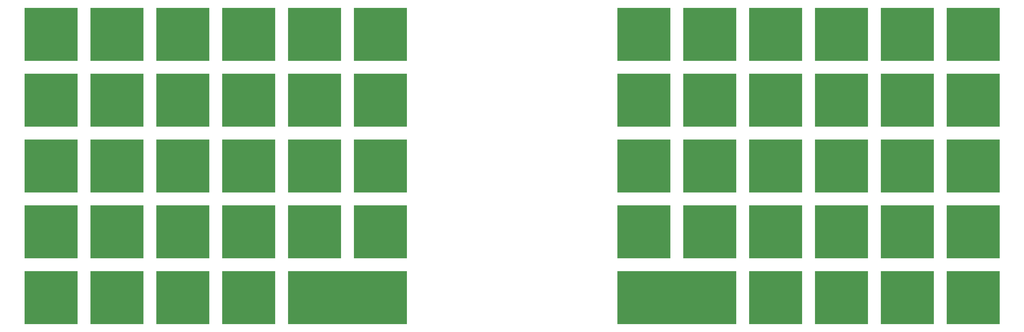
<source format=gts>
%TF.GenerationSoftware,KiCad,Pcbnew,6.0.10-86aedd382b~118~ubuntu22.10.1*%
%TF.CreationDate,2023-02-23T17:24:00+01:00*%
%TF.ProjectId,lumberjack-full,6c756d62-6572-46a6-9163-6b2d66756c6c,rev?*%
%TF.SameCoordinates,Original*%
%TF.FileFunction,Soldermask,Top*%
%TF.FilePolarity,Negative*%
%FSLAX46Y46*%
G04 Gerber Fmt 4.6, Leading zero omitted, Abs format (unit mm)*
G04 Created by KiCad (PCBNEW 6.0.10-86aedd382b~118~ubuntu22.10.1) date 2023-02-23 17:24:00*
%MOMM*%
%LPD*%
G01*
G04 APERTURE LIST*
%ADD10C,0.100000*%
G04 APERTURE END LIST*
D10*
X162640090Y-79772178D02*
X177880090Y-79772178D01*
X177880090Y-79772178D02*
X177880090Y-95012178D01*
X177880090Y-95012178D02*
X162640090Y-95012178D01*
X162640090Y-95012178D02*
X162640090Y-79772178D01*
G36*
X162640090Y-79772178D02*
G01*
X177880090Y-79772178D01*
X177880090Y-95012178D01*
X162640090Y-95012178D01*
X162640090Y-79772178D01*
G37*
X67389722Y-79772210D02*
X82629722Y-79772210D01*
X82629722Y-79772210D02*
X82629722Y-95012210D01*
X82629722Y-95012210D02*
X67389722Y-95012210D01*
X67389722Y-95012210D02*
X67389722Y-79772210D01*
G36*
X67389722Y-79772210D02*
G01*
X82629722Y-79772210D01*
X82629722Y-95012210D01*
X67389722Y-95012210D01*
X67389722Y-79772210D01*
G37*
X200740314Y-98822258D02*
X215980314Y-98822258D01*
X215980314Y-98822258D02*
X215980314Y-114062258D01*
X215980314Y-114062258D02*
X200740314Y-114062258D01*
X200740314Y-114062258D02*
X200740314Y-98822258D01*
G36*
X200740314Y-98822258D02*
G01*
X215980314Y-98822258D01*
X215980314Y-114062258D01*
X200740314Y-114062258D01*
X200740314Y-98822258D01*
G37*
X181690202Y-79772146D02*
X196930202Y-79772146D01*
X196930202Y-79772146D02*
X196930202Y-95012146D01*
X196930202Y-95012146D02*
X181690202Y-95012146D01*
X181690202Y-95012146D02*
X181690202Y-79772146D01*
G36*
X181690202Y-79772146D02*
G01*
X196930202Y-79772146D01*
X196930202Y-95012146D01*
X181690202Y-95012146D01*
X181690202Y-79772146D01*
G37*
X10239450Y-117872338D02*
X25479450Y-117872338D01*
X25479450Y-117872338D02*
X25479450Y-133112338D01*
X25479450Y-133112338D02*
X10239450Y-133112338D01*
X10239450Y-133112338D02*
X10239450Y-117872338D01*
G36*
X10239450Y-117872338D02*
G01*
X25479450Y-117872338D01*
X25479450Y-133112338D01*
X10239450Y-133112338D01*
X10239450Y-117872338D01*
G37*
X-8810662Y-98822290D02*
X6429338Y-98822290D01*
X6429338Y-98822290D02*
X6429338Y-114062290D01*
X6429338Y-114062290D02*
X-8810662Y-114062290D01*
X-8810662Y-114062290D02*
X-8810662Y-98822290D01*
G36*
X-8810662Y-98822290D02*
G01*
X6429338Y-98822290D01*
X6429338Y-114062290D01*
X-8810662Y-114062290D01*
X-8810662Y-98822290D01*
G37*
X-8810662Y-117872370D02*
X6429338Y-117872370D01*
X6429338Y-117872370D02*
X6429338Y-133112370D01*
X6429338Y-133112370D02*
X-8810662Y-133112370D01*
X-8810662Y-133112370D02*
X-8810662Y-117872370D01*
G36*
X-8810662Y-117872370D02*
G01*
X6429338Y-117872370D01*
X6429338Y-133112370D01*
X-8810662Y-133112370D01*
X-8810662Y-117872370D01*
G37*
X162640090Y-117872338D02*
X196930170Y-117872338D01*
X196930170Y-117872338D02*
X196930170Y-133112338D01*
X196930170Y-133112338D02*
X162640090Y-133112338D01*
X162640090Y-133112338D02*
X162640090Y-117872338D01*
G36*
X162640090Y-117872338D02*
G01*
X196930170Y-117872338D01*
X196930170Y-133112338D01*
X162640090Y-133112338D01*
X162640090Y-117872338D01*
G37*
X238840474Y-41672050D02*
X254080474Y-41672050D01*
X254080474Y-41672050D02*
X254080474Y-56912050D01*
X254080474Y-56912050D02*
X238840474Y-56912050D01*
X238840474Y-56912050D02*
X238840474Y-41672050D01*
G36*
X238840474Y-41672050D02*
G01*
X254080474Y-41672050D01*
X254080474Y-56912050D01*
X238840474Y-56912050D01*
X238840474Y-41672050D01*
G37*
X181690202Y-41672018D02*
X196930202Y-41672018D01*
X196930202Y-41672018D02*
X196930202Y-56912018D01*
X196930202Y-56912018D02*
X181690202Y-56912018D01*
X181690202Y-56912018D02*
X181690202Y-41672018D01*
G36*
X181690202Y-41672018D02*
G01*
X196930202Y-41672018D01*
X196930202Y-56912018D01*
X181690202Y-56912018D01*
X181690202Y-41672018D01*
G37*
X257890586Y-98822226D02*
X273130586Y-98822226D01*
X273130586Y-98822226D02*
X273130586Y-114062226D01*
X273130586Y-114062226D02*
X257890586Y-114062226D01*
X257890586Y-114062226D02*
X257890586Y-98822226D01*
G36*
X257890586Y-98822226D02*
G01*
X273130586Y-98822226D01*
X273130586Y-114062226D01*
X257890586Y-114062226D01*
X257890586Y-98822226D01*
G37*
X67389722Y-98822290D02*
X82629722Y-98822290D01*
X82629722Y-98822290D02*
X82629722Y-114062290D01*
X82629722Y-114062290D02*
X67389722Y-114062290D01*
X67389722Y-114062290D02*
X67389722Y-98822290D01*
G36*
X67389722Y-98822290D02*
G01*
X82629722Y-98822290D01*
X82629722Y-114062290D01*
X67389722Y-114062290D01*
X67389722Y-98822290D01*
G37*
X162640090Y-98822258D02*
X177880090Y-98822258D01*
X177880090Y-98822258D02*
X177880090Y-114062258D01*
X177880090Y-114062258D02*
X162640090Y-114062258D01*
X162640090Y-114062258D02*
X162640090Y-98822258D01*
G36*
X162640090Y-98822258D02*
G01*
X177880090Y-98822258D01*
X177880090Y-114062258D01*
X162640090Y-114062258D01*
X162640090Y-98822258D01*
G37*
X-8810662Y-60722130D02*
X6429338Y-60722130D01*
X6429338Y-60722130D02*
X6429338Y-75962130D01*
X6429338Y-75962130D02*
X-8810662Y-75962130D01*
X-8810662Y-75962130D02*
X-8810662Y-60722130D01*
G36*
X-8810662Y-60722130D02*
G01*
X6429338Y-60722130D01*
X6429338Y-75962130D01*
X-8810662Y-75962130D01*
X-8810662Y-60722130D01*
G37*
X238840474Y-98822258D02*
X254080474Y-98822258D01*
X254080474Y-98822258D02*
X254080474Y-114062258D01*
X254080474Y-114062258D02*
X238840474Y-114062258D01*
X238840474Y-114062258D02*
X238840474Y-98822258D01*
G36*
X238840474Y-98822258D02*
G01*
X254080474Y-98822258D01*
X254080474Y-114062258D01*
X238840474Y-114062258D01*
X238840474Y-98822258D01*
G37*
X200740314Y-60722098D02*
X215980314Y-60722098D01*
X215980314Y-60722098D02*
X215980314Y-75962098D01*
X215980314Y-75962098D02*
X200740314Y-75962098D01*
X200740314Y-75962098D02*
X200740314Y-60722098D01*
G36*
X200740314Y-60722098D02*
G01*
X215980314Y-60722098D01*
X215980314Y-75962098D01*
X200740314Y-75962098D01*
X200740314Y-60722098D01*
G37*
X162640090Y-41672050D02*
X177880090Y-41672050D01*
X177880090Y-41672050D02*
X177880090Y-56912050D01*
X177880090Y-56912050D02*
X162640090Y-56912050D01*
X162640090Y-56912050D02*
X162640090Y-41672050D01*
G36*
X162640090Y-41672050D02*
G01*
X177880090Y-41672050D01*
X177880090Y-56912050D01*
X162640090Y-56912050D01*
X162640090Y-41672050D01*
G37*
X48339674Y-98822258D02*
X63579674Y-98822258D01*
X63579674Y-98822258D02*
X63579674Y-114062258D01*
X63579674Y-114062258D02*
X48339674Y-114062258D01*
X48339674Y-114062258D02*
X48339674Y-98822258D01*
G36*
X48339674Y-98822258D02*
G01*
X63579674Y-98822258D01*
X63579674Y-114062258D01*
X48339674Y-114062258D01*
X48339674Y-98822258D01*
G37*
X48339674Y-117872338D02*
X63579674Y-117872338D01*
X63579674Y-117872338D02*
X63579674Y-133112338D01*
X63579674Y-133112338D02*
X48339674Y-133112338D01*
X48339674Y-133112338D02*
X48339674Y-117872338D01*
G36*
X48339674Y-117872338D02*
G01*
X63579674Y-117872338D01*
X63579674Y-133112338D01*
X48339674Y-133112338D01*
X48339674Y-117872338D01*
G37*
X257890586Y-60722066D02*
X273130586Y-60722066D01*
X273130586Y-60722066D02*
X273130586Y-75962066D01*
X273130586Y-75962066D02*
X257890586Y-75962066D01*
X257890586Y-75962066D02*
X257890586Y-60722066D01*
G36*
X257890586Y-60722066D02*
G01*
X273130586Y-60722066D01*
X273130586Y-75962066D01*
X257890586Y-75962066D01*
X257890586Y-60722066D01*
G37*
X181690202Y-60722066D02*
X196930202Y-60722066D01*
X196930202Y-60722066D02*
X196930202Y-75962066D01*
X196930202Y-75962066D02*
X181690202Y-75962066D01*
X181690202Y-75962066D02*
X181690202Y-60722066D01*
G36*
X181690202Y-60722066D02*
G01*
X196930202Y-60722066D01*
X196930202Y-75962066D01*
X181690202Y-75962066D01*
X181690202Y-60722066D01*
G37*
X29289562Y-41672082D02*
X44529562Y-41672082D01*
X44529562Y-41672082D02*
X44529562Y-56912082D01*
X44529562Y-56912082D02*
X29289562Y-56912082D01*
X29289562Y-56912082D02*
X29289562Y-41672082D01*
G36*
X29289562Y-41672082D02*
G01*
X44529562Y-41672082D01*
X44529562Y-56912082D01*
X29289562Y-56912082D01*
X29289562Y-41672082D01*
G37*
X48339674Y-41672050D02*
X63579674Y-41672050D01*
X63579674Y-41672050D02*
X63579674Y-56912050D01*
X63579674Y-56912050D02*
X48339674Y-56912050D01*
X48339674Y-56912050D02*
X48339674Y-41672050D01*
G36*
X48339674Y-41672050D02*
G01*
X63579674Y-41672050D01*
X63579674Y-56912050D01*
X48339674Y-56912050D01*
X48339674Y-41672050D01*
G37*
X219790426Y-98822226D02*
X235030426Y-98822226D01*
X235030426Y-98822226D02*
X235030426Y-114062226D01*
X235030426Y-114062226D02*
X219790426Y-114062226D01*
X219790426Y-114062226D02*
X219790426Y-98822226D01*
G36*
X219790426Y-98822226D02*
G01*
X235030426Y-98822226D01*
X235030426Y-114062226D01*
X219790426Y-114062226D01*
X219790426Y-98822226D01*
G37*
X238840474Y-60722098D02*
X254080474Y-60722098D01*
X254080474Y-60722098D02*
X254080474Y-75962098D01*
X254080474Y-75962098D02*
X238840474Y-75962098D01*
X238840474Y-75962098D02*
X238840474Y-60722098D01*
G36*
X238840474Y-60722098D02*
G01*
X254080474Y-60722098D01*
X254080474Y-75962098D01*
X238840474Y-75962098D01*
X238840474Y-60722098D01*
G37*
X-8810662Y-41672082D02*
X6429338Y-41672082D01*
X6429338Y-41672082D02*
X6429338Y-56912082D01*
X6429338Y-56912082D02*
X-8810662Y-56912082D01*
X-8810662Y-56912082D02*
X-8810662Y-41672082D01*
G36*
X-8810662Y-41672082D02*
G01*
X6429338Y-41672082D01*
X6429338Y-56912082D01*
X-8810662Y-56912082D01*
X-8810662Y-41672082D01*
G37*
X29289562Y-98822290D02*
X44529562Y-98822290D01*
X44529562Y-98822290D02*
X44529562Y-114062290D01*
X44529562Y-114062290D02*
X29289562Y-114062290D01*
X29289562Y-114062290D02*
X29289562Y-98822290D01*
G36*
X29289562Y-98822290D02*
G01*
X44529562Y-98822290D01*
X44529562Y-114062290D01*
X29289562Y-114062290D01*
X29289562Y-98822290D01*
G37*
X67389722Y-117872370D02*
X101679802Y-117872370D01*
X101679802Y-117872370D02*
X101679802Y-133112370D01*
X101679802Y-133112370D02*
X67389722Y-133112370D01*
X67389722Y-133112370D02*
X67389722Y-117872370D01*
G36*
X67389722Y-117872370D02*
G01*
X101679802Y-117872370D01*
X101679802Y-133112370D01*
X67389722Y-133112370D01*
X67389722Y-117872370D01*
G37*
X257890586Y-41672018D02*
X273130586Y-41672018D01*
X273130586Y-41672018D02*
X273130586Y-56912018D01*
X273130586Y-56912018D02*
X257890586Y-56912018D01*
X257890586Y-56912018D02*
X257890586Y-41672018D01*
G36*
X257890586Y-41672018D02*
G01*
X273130586Y-41672018D01*
X273130586Y-56912018D01*
X257890586Y-56912018D01*
X257890586Y-41672018D01*
G37*
X219790426Y-41672018D02*
X235030426Y-41672018D01*
X235030426Y-41672018D02*
X235030426Y-56912018D01*
X235030426Y-56912018D02*
X219790426Y-56912018D01*
X219790426Y-56912018D02*
X219790426Y-41672018D01*
G36*
X219790426Y-41672018D02*
G01*
X235030426Y-41672018D01*
X235030426Y-56912018D01*
X219790426Y-56912018D01*
X219790426Y-41672018D01*
G37*
X219790426Y-79772146D02*
X235030426Y-79772146D01*
X235030426Y-79772146D02*
X235030426Y-95012146D01*
X235030426Y-95012146D02*
X219790426Y-95012146D01*
X219790426Y-95012146D02*
X219790426Y-79772146D01*
G36*
X219790426Y-79772146D02*
G01*
X235030426Y-79772146D01*
X235030426Y-95012146D01*
X219790426Y-95012146D01*
X219790426Y-79772146D01*
G37*
X86439834Y-98822258D02*
X101679834Y-98822258D01*
X101679834Y-98822258D02*
X101679834Y-114062258D01*
X101679834Y-114062258D02*
X86439834Y-114062258D01*
X86439834Y-114062258D02*
X86439834Y-98822258D01*
G36*
X86439834Y-98822258D02*
G01*
X101679834Y-98822258D01*
X101679834Y-114062258D01*
X86439834Y-114062258D01*
X86439834Y-98822258D01*
G37*
X29289562Y-117872370D02*
X44529562Y-117872370D01*
X44529562Y-117872370D02*
X44529562Y-133112370D01*
X44529562Y-133112370D02*
X29289562Y-133112370D01*
X29289562Y-133112370D02*
X29289562Y-117872370D01*
G36*
X29289562Y-117872370D02*
G01*
X44529562Y-117872370D01*
X44529562Y-133112370D01*
X29289562Y-133112370D01*
X29289562Y-117872370D01*
G37*
X238840474Y-79772178D02*
X254080474Y-79772178D01*
X254080474Y-79772178D02*
X254080474Y-95012178D01*
X254080474Y-95012178D02*
X238840474Y-95012178D01*
X238840474Y-95012178D02*
X238840474Y-79772178D01*
G36*
X238840474Y-79772178D02*
G01*
X254080474Y-79772178D01*
X254080474Y-95012178D01*
X238840474Y-95012178D01*
X238840474Y-79772178D01*
G37*
X200740314Y-41672050D02*
X215980314Y-41672050D01*
X215980314Y-41672050D02*
X215980314Y-56912050D01*
X215980314Y-56912050D02*
X200740314Y-56912050D01*
X200740314Y-56912050D02*
X200740314Y-41672050D01*
G36*
X200740314Y-41672050D02*
G01*
X215980314Y-41672050D01*
X215980314Y-56912050D01*
X200740314Y-56912050D01*
X200740314Y-41672050D01*
G37*
X200740314Y-79772178D02*
X215980314Y-79772178D01*
X215980314Y-79772178D02*
X215980314Y-95012178D01*
X215980314Y-95012178D02*
X200740314Y-95012178D01*
X200740314Y-95012178D02*
X200740314Y-79772178D01*
G36*
X200740314Y-79772178D02*
G01*
X215980314Y-79772178D01*
X215980314Y-95012178D01*
X200740314Y-95012178D01*
X200740314Y-79772178D01*
G37*
X200740314Y-117872338D02*
X215980314Y-117872338D01*
X215980314Y-117872338D02*
X215980314Y-133112338D01*
X215980314Y-133112338D02*
X200740314Y-133112338D01*
X200740314Y-133112338D02*
X200740314Y-117872338D01*
G36*
X200740314Y-117872338D02*
G01*
X215980314Y-117872338D01*
X215980314Y-133112338D01*
X200740314Y-133112338D01*
X200740314Y-117872338D01*
G37*
X67389722Y-41672082D02*
X82629722Y-41672082D01*
X82629722Y-41672082D02*
X82629722Y-56912082D01*
X82629722Y-56912082D02*
X67389722Y-56912082D01*
X67389722Y-56912082D02*
X67389722Y-41672082D01*
G36*
X67389722Y-41672082D02*
G01*
X82629722Y-41672082D01*
X82629722Y-56912082D01*
X67389722Y-56912082D01*
X67389722Y-41672082D01*
G37*
X29289562Y-79772210D02*
X44529562Y-79772210D01*
X44529562Y-79772210D02*
X44529562Y-95012210D01*
X44529562Y-95012210D02*
X29289562Y-95012210D01*
X29289562Y-95012210D02*
X29289562Y-79772210D01*
G36*
X29289562Y-79772210D02*
G01*
X44529562Y-79772210D01*
X44529562Y-95012210D01*
X29289562Y-95012210D01*
X29289562Y-79772210D01*
G37*
X67389722Y-60722130D02*
X82629722Y-60722130D01*
X82629722Y-60722130D02*
X82629722Y-75962130D01*
X82629722Y-75962130D02*
X67389722Y-75962130D01*
X67389722Y-75962130D02*
X67389722Y-60722130D01*
G36*
X67389722Y-60722130D02*
G01*
X82629722Y-60722130D01*
X82629722Y-75962130D01*
X67389722Y-75962130D01*
X67389722Y-60722130D01*
G37*
X86439834Y-79772178D02*
X101679834Y-79772178D01*
X101679834Y-79772178D02*
X101679834Y-95012178D01*
X101679834Y-95012178D02*
X86439834Y-95012178D01*
X86439834Y-95012178D02*
X86439834Y-79772178D01*
G36*
X86439834Y-79772178D02*
G01*
X101679834Y-79772178D01*
X101679834Y-95012178D01*
X86439834Y-95012178D01*
X86439834Y-79772178D01*
G37*
X10239450Y-41672050D02*
X25479450Y-41672050D01*
X25479450Y-41672050D02*
X25479450Y-56912050D01*
X25479450Y-56912050D02*
X10239450Y-56912050D01*
X10239450Y-56912050D02*
X10239450Y-41672050D01*
G36*
X10239450Y-41672050D02*
G01*
X25479450Y-41672050D01*
X25479450Y-56912050D01*
X10239450Y-56912050D01*
X10239450Y-41672050D01*
G37*
X48339674Y-79772178D02*
X63579674Y-79772178D01*
X63579674Y-79772178D02*
X63579674Y-95012178D01*
X63579674Y-95012178D02*
X48339674Y-95012178D01*
X48339674Y-95012178D02*
X48339674Y-79772178D01*
G36*
X48339674Y-79772178D02*
G01*
X63579674Y-79772178D01*
X63579674Y-95012178D01*
X48339674Y-95012178D01*
X48339674Y-79772178D01*
G37*
X181690202Y-98822226D02*
X196930202Y-98822226D01*
X196930202Y-98822226D02*
X196930202Y-114062226D01*
X196930202Y-114062226D02*
X181690202Y-114062226D01*
X181690202Y-114062226D02*
X181690202Y-98822226D01*
G36*
X181690202Y-98822226D02*
G01*
X196930202Y-98822226D01*
X196930202Y-114062226D01*
X181690202Y-114062226D01*
X181690202Y-98822226D01*
G37*
X86439834Y-60722098D02*
X101679834Y-60722098D01*
X101679834Y-60722098D02*
X101679834Y-75962098D01*
X101679834Y-75962098D02*
X86439834Y-75962098D01*
X86439834Y-75962098D02*
X86439834Y-60722098D01*
G36*
X86439834Y-60722098D02*
G01*
X101679834Y-60722098D01*
X101679834Y-75962098D01*
X86439834Y-75962098D01*
X86439834Y-60722098D01*
G37*
X10239450Y-98822258D02*
X25479450Y-98822258D01*
X25479450Y-98822258D02*
X25479450Y-114062258D01*
X25479450Y-114062258D02*
X10239450Y-114062258D01*
X10239450Y-114062258D02*
X10239450Y-98822258D01*
G36*
X10239450Y-98822258D02*
G01*
X25479450Y-98822258D01*
X25479450Y-114062258D01*
X10239450Y-114062258D01*
X10239450Y-98822258D01*
G37*
X29289562Y-60722130D02*
X44529562Y-60722130D01*
X44529562Y-60722130D02*
X44529562Y-75962130D01*
X44529562Y-75962130D02*
X29289562Y-75962130D01*
X29289562Y-75962130D02*
X29289562Y-60722130D01*
G36*
X29289562Y-60722130D02*
G01*
X44529562Y-60722130D01*
X44529562Y-75962130D01*
X29289562Y-75962130D01*
X29289562Y-60722130D01*
G37*
X219790426Y-60722066D02*
X235030426Y-60722066D01*
X235030426Y-60722066D02*
X235030426Y-75962066D01*
X235030426Y-75962066D02*
X219790426Y-75962066D01*
X219790426Y-75962066D02*
X219790426Y-60722066D01*
G36*
X219790426Y-60722066D02*
G01*
X235030426Y-60722066D01*
X235030426Y-75962066D01*
X219790426Y-75962066D01*
X219790426Y-60722066D01*
G37*
X10239450Y-79772178D02*
X25479450Y-79772178D01*
X25479450Y-79772178D02*
X25479450Y-95012178D01*
X25479450Y-95012178D02*
X10239450Y-95012178D01*
X10239450Y-95012178D02*
X10239450Y-79772178D01*
G36*
X10239450Y-79772178D02*
G01*
X25479450Y-79772178D01*
X25479450Y-95012178D01*
X10239450Y-95012178D01*
X10239450Y-79772178D01*
G37*
X86439834Y-41672050D02*
X101679834Y-41672050D01*
X101679834Y-41672050D02*
X101679834Y-56912050D01*
X101679834Y-56912050D02*
X86439834Y-56912050D01*
X86439834Y-56912050D02*
X86439834Y-41672050D01*
G36*
X86439834Y-41672050D02*
G01*
X101679834Y-41672050D01*
X101679834Y-56912050D01*
X86439834Y-56912050D01*
X86439834Y-41672050D01*
G37*
X162640090Y-60722098D02*
X177880090Y-60722098D01*
X177880090Y-60722098D02*
X177880090Y-75962098D01*
X177880090Y-75962098D02*
X162640090Y-75962098D01*
X162640090Y-75962098D02*
X162640090Y-60722098D01*
G36*
X162640090Y-60722098D02*
G01*
X177880090Y-60722098D01*
X177880090Y-75962098D01*
X162640090Y-75962098D01*
X162640090Y-60722098D01*
G37*
X-8810662Y-79772210D02*
X6429338Y-79772210D01*
X6429338Y-79772210D02*
X6429338Y-95012210D01*
X6429338Y-95012210D02*
X-8810662Y-95012210D01*
X-8810662Y-95012210D02*
X-8810662Y-79772210D01*
G36*
X-8810662Y-79772210D02*
G01*
X6429338Y-79772210D01*
X6429338Y-95012210D01*
X-8810662Y-95012210D01*
X-8810662Y-79772210D01*
G37*
X219790426Y-117872306D02*
X235030426Y-117872306D01*
X235030426Y-117872306D02*
X235030426Y-133112306D01*
X235030426Y-133112306D02*
X219790426Y-133112306D01*
X219790426Y-133112306D02*
X219790426Y-117872306D01*
G36*
X219790426Y-117872306D02*
G01*
X235030426Y-117872306D01*
X235030426Y-133112306D01*
X219790426Y-133112306D01*
X219790426Y-117872306D01*
G37*
X257890586Y-79772146D02*
X273130586Y-79772146D01*
X273130586Y-79772146D02*
X273130586Y-95012146D01*
X273130586Y-95012146D02*
X257890586Y-95012146D01*
X257890586Y-95012146D02*
X257890586Y-79772146D01*
G36*
X257890586Y-79772146D02*
G01*
X273130586Y-79772146D01*
X273130586Y-95012146D01*
X257890586Y-95012146D01*
X257890586Y-79772146D01*
G37*
X238840474Y-117872338D02*
X254080474Y-117872338D01*
X254080474Y-117872338D02*
X254080474Y-133112338D01*
X254080474Y-133112338D02*
X238840474Y-133112338D01*
X238840474Y-133112338D02*
X238840474Y-117872338D01*
G36*
X238840474Y-117872338D02*
G01*
X254080474Y-117872338D01*
X254080474Y-133112338D01*
X238840474Y-133112338D01*
X238840474Y-117872338D01*
G37*
X10239450Y-60722098D02*
X25479450Y-60722098D01*
X25479450Y-60722098D02*
X25479450Y-75962098D01*
X25479450Y-75962098D02*
X10239450Y-75962098D01*
X10239450Y-75962098D02*
X10239450Y-60722098D01*
G36*
X10239450Y-60722098D02*
G01*
X25479450Y-60722098D01*
X25479450Y-75962098D01*
X10239450Y-75962098D01*
X10239450Y-60722098D01*
G37*
X48339674Y-60722098D02*
X63579674Y-60722098D01*
X63579674Y-60722098D02*
X63579674Y-75962098D01*
X63579674Y-75962098D02*
X48339674Y-75962098D01*
X48339674Y-75962098D02*
X48339674Y-60722098D01*
G36*
X48339674Y-60722098D02*
G01*
X63579674Y-60722098D01*
X63579674Y-75962098D01*
X48339674Y-75962098D01*
X48339674Y-60722098D01*
G37*
X257890586Y-117872306D02*
X273130586Y-117872306D01*
X273130586Y-117872306D02*
X273130586Y-133112306D01*
X273130586Y-133112306D02*
X257890586Y-133112306D01*
X257890586Y-133112306D02*
X257890586Y-117872306D01*
G36*
X257890586Y-117872306D02*
G01*
X273130586Y-117872306D01*
X273130586Y-133112306D01*
X257890586Y-133112306D01*
X257890586Y-117872306D01*
G37*
M02*

</source>
